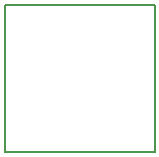
<source format=gm1>
G04*
G04 #@! TF.GenerationSoftware,Altium Limited,Altium Designer,19.0.10 (269)*
G04*
G04 Layer_Color=16711935*
%FSLAX24Y24*%
%MOIN*%
G70*
G01*
G75*
%ADD12C,0.0060*%
D12*
X-2530Y2293D02*
X2470D01*
X-2530Y-2628D02*
Y2293D01*
Y-2628D02*
X2470D01*
Y2293D01*
M02*

</source>
